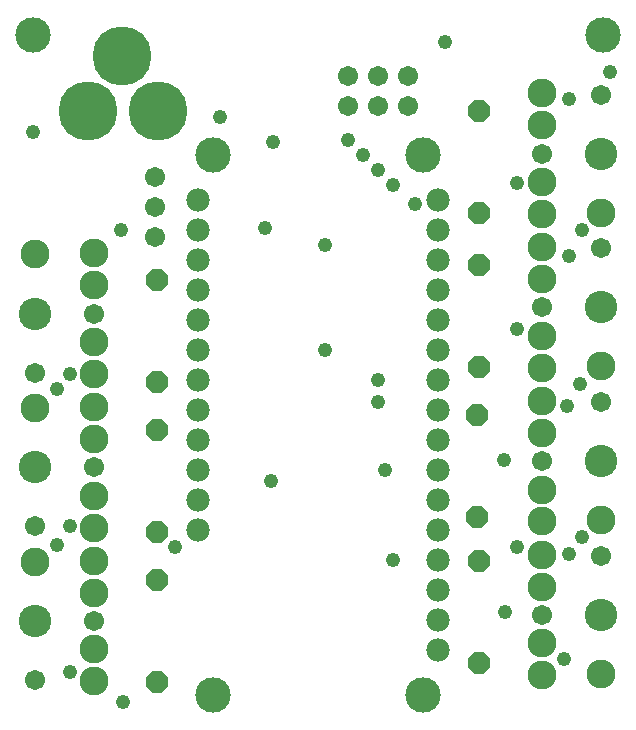
<source format=gbs>
G75*
%MOIN*%
%OFA0B0*%
%FSLAX25Y25*%
%IPPOS*%
%LPD*%
%AMOC8*
5,1,8,0,0,1.08239X$1,22.5*
%
%ADD10C,0.11824*%
%ADD11OC8,0.07400*%
%ADD12C,0.06737*%
%ADD13C,0.10800*%
%ADD14C,0.09658*%
%ADD15C,0.06706*%
%ADD16C,0.19698*%
%ADD17C,0.07800*%
%ADD18C,0.04762*%
D10*
X0084954Y0015000D03*
X0154954Y0015000D03*
X0154954Y0195000D03*
X0214954Y0235000D03*
X0084954Y0195000D03*
X0024954Y0235000D03*
D11*
X0066204Y0153250D03*
X0066204Y0119250D03*
X0066204Y0103250D03*
X0066204Y0069250D03*
X0066204Y0053250D03*
X0066204Y0019250D03*
X0173704Y0025500D03*
X0173704Y0059500D03*
X0173079Y0074250D03*
X0173079Y0108250D03*
X0173704Y0124250D03*
X0173704Y0158250D03*
X0173704Y0175500D03*
X0173704Y0209500D03*
D12*
X0149954Y0211250D03*
X0149954Y0221250D03*
X0139954Y0221250D03*
X0139954Y0211250D03*
X0129954Y0211250D03*
X0129954Y0221250D03*
X0065579Y0187500D03*
X0065579Y0177500D03*
X0065579Y0167500D03*
D13*
X0025583Y0142106D03*
X0025583Y0090856D03*
X0025583Y0039606D03*
X0214324Y0041644D03*
X0214324Y0092894D03*
X0214324Y0144144D03*
X0214324Y0195394D03*
D14*
X0214324Y0175709D03*
X0194639Y0175315D03*
X0194639Y0185945D03*
X0194639Y0204843D03*
X0194639Y0215472D03*
X0194639Y0164222D03*
X0194639Y0153593D03*
X0194639Y0134695D03*
X0194639Y0124065D03*
X0194639Y0112972D03*
X0194639Y0102343D03*
X0194639Y0083445D03*
X0194639Y0072815D03*
X0194639Y0061722D03*
X0194639Y0051093D03*
X0194639Y0032195D03*
X0194639Y0021565D03*
X0214324Y0021959D03*
X0214324Y0073209D03*
X0214324Y0124459D03*
X0045269Y0122028D03*
X0045269Y0132657D03*
X0045269Y0151555D03*
X0045269Y0162185D03*
X0025583Y0161791D03*
X0025583Y0110541D03*
X0045269Y0110935D03*
X0045269Y0100305D03*
X0045269Y0081407D03*
X0045269Y0070778D03*
X0045269Y0059685D03*
X0045269Y0049055D03*
X0045269Y0030157D03*
X0045269Y0019528D03*
X0025583Y0059291D03*
D15*
X0025583Y0019921D03*
X0045269Y0039606D03*
X0025583Y0071171D03*
X0045269Y0090856D03*
X0025583Y0122421D03*
X0045269Y0142106D03*
X0194639Y0144144D03*
X0214324Y0163829D03*
X0194639Y0195394D03*
X0214324Y0215079D03*
X0214324Y0112579D03*
X0194639Y0092894D03*
X0214324Y0061329D03*
X0194639Y0041644D03*
D16*
X0066528Y0209606D03*
X0054717Y0228110D03*
X0043300Y0209606D03*
D17*
X0079954Y0180000D03*
X0079954Y0170000D03*
X0079954Y0160000D03*
X0079954Y0150000D03*
X0079954Y0140000D03*
X0079954Y0130000D03*
X0079954Y0120000D03*
X0079954Y0110000D03*
X0079954Y0100000D03*
X0079954Y0090000D03*
X0079954Y0080000D03*
X0079954Y0070000D03*
X0159954Y0070000D03*
X0159954Y0060000D03*
X0159954Y0050000D03*
X0159954Y0040000D03*
X0159954Y0030000D03*
X0159954Y0080000D03*
X0159954Y0090000D03*
X0159954Y0100000D03*
X0159954Y0110000D03*
X0159954Y0120000D03*
X0159954Y0130000D03*
X0159954Y0140000D03*
X0159954Y0150000D03*
X0159954Y0160000D03*
X0159954Y0170000D03*
X0159954Y0180000D03*
D18*
X0152454Y0178750D03*
X0144954Y0185000D03*
X0139954Y0190000D03*
X0134954Y0195000D03*
X0129954Y0200000D03*
X0104954Y0199375D03*
X0087454Y0207500D03*
X0102454Y0170625D03*
X0122454Y0165000D03*
X0122454Y0130000D03*
X0139954Y0120000D03*
X0139954Y0112500D03*
X0142454Y0090000D03*
X0144954Y0060000D03*
X0181829Y0093125D03*
X0203079Y0111250D03*
X0207454Y0118750D03*
X0186204Y0136875D03*
X0203704Y0161250D03*
X0208079Y0170000D03*
X0186204Y0185625D03*
X0203704Y0213750D03*
X0217454Y0222500D03*
X0162454Y0232500D03*
X0054329Y0170000D03*
X0024954Y0202500D03*
X0037454Y0121875D03*
X0033079Y0116875D03*
X0037454Y0071250D03*
X0033079Y0065000D03*
X0072454Y0064375D03*
X0104329Y0086250D03*
X0037454Y0022500D03*
X0054954Y0012500D03*
X0182454Y0042500D03*
X0186204Y0064375D03*
X0203704Y0061875D03*
X0208079Y0067500D03*
X0201829Y0026875D03*
M02*

</source>
